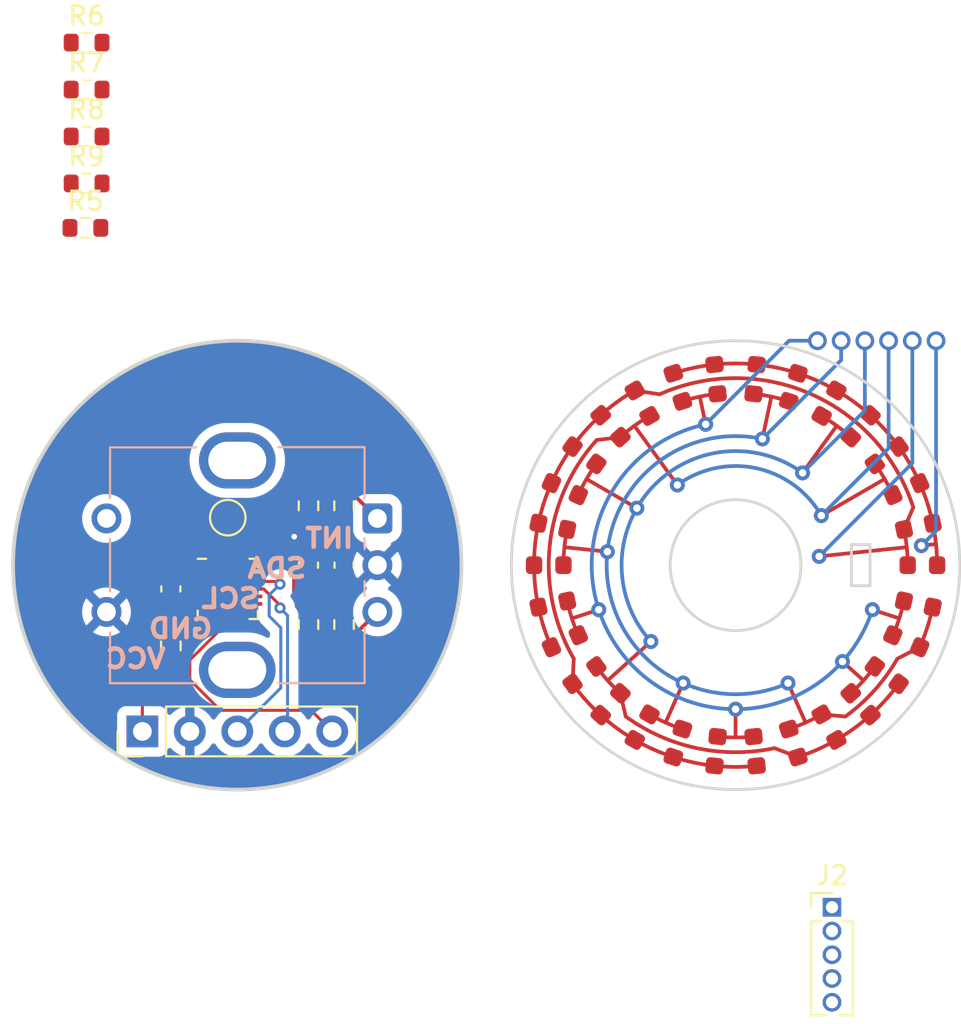
<source format=kicad_pcb>
(kicad_pcb (version 20221018) (generator pcbnew)
  (layers (0 "F.Cu" signal) (31 "B.Cu" signal) (34 "B.Paste" user) (35 "F.Paste" user) (36 "B.SilkS" user "B.Silkscreen") (37 "F.SilkS" user "F.Silkscreen") (38 "B.Mask" user) (39 "F.Mask" user) (44 "Edge.Cuts" user))
  (net 0 "")
  (net 1 "ENCA")
  (net 2 "ENCB")
  (net 6 "VCC")
  (net 7 "GND")
  (net 8 "SCL")
  (net 9 "SDA")
  (net 10 "INT")
  (net 11 "Net-(J2-Pin_1)")
  (net 12 "Net-(J2-Pin_2)")
  (net 13 "Net-(J2-Pin_3)")
  (net 14 "Net-(J2-Pin_5)")
  (net 15 "Net-(R1-Pad2)")
  (net 16 "Net-(R3-Pad2)")
  (net 17 "ENCS")
  (net 19 "LED1")
  (net 20 "LED2")
  (net 21 "LED3")
  (net 22 "Net-(U1-~{RESET}{slash}PA0)")
  (net 24 "Net-(J2-Pin_4)")
  (net 25 "LED5")
  (net 26 "LED4")
  (footprint "Resistor_SMD:R_0603_1608Metric" (layer "F.Cu") (at 42.735 55.79)
    (fp_text reference "R9" (at 0 -1.43) (layer "F.SilkS"))
    (fp_text value "220" hide)
    (fp_line (start -0.237258 -0.5225) (end 0.237258 -0.5225) (stroke (width 0.12)) (layer "F.SilkS"))
    (fp_line (start -0.237258 0.5225) (end 0.237258 0.5225) (stroke (width 0.12)) (layer "F.SilkS"))
    (pad "1" smd roundrect (at -0.825 0) (size 0.8 0.95) (layers "F.Cu" "F.Paste" "F.Mask") (net 25 "LED5"))
    (pad "2" smd roundrect (at 0.825 0) (size 0.8 0.95) (layers "F.Cu" "F.Paste" "F.Mask") (net 14 "Net-(J2-Pin_5)"))
  )
  (footprint "Resistor_SMD:R_0603_1608Metric" (layer "F.Cu") (at 42.735 53.28)
    (fp_text reference "R8" (at 0 -1.43) (layer "F.SilkS"))
    (fp_text value "220" hide)
    (fp_line (start -0.237258 -0.5225) (end 0.237258 -0.5225) (stroke (width 0.12)) (layer "F.SilkS"))
    (fp_line (start -0.237258 0.5225) (end 0.237258 0.5225) (stroke (width 0.12)) (layer "F.SilkS"))
    (pad "1" smd roundrect (at -0.825 0) (size 0.8 0.95) (layers "F.Cu" "F.Paste" "F.Mask") (net 26 "LED4"))
    (pad "2" smd roundrect (at 0.825 0) (size 0.8 0.95) (layers "F.Cu" "F.Paste" "F.Mask") (net 24 "Net-(J2-Pin_4)"))
  )
  (footprint "Library:led_ring" (layer "F.Cu") (at 77.47 76.2)
    (fp_text reference "" (at 0 0) (layer "F.SilkS") (effects (font (size 1.27 1.27))))
    (fp_text value "" (at 0 0) (layer "F.SilkS") (effects (font (size 1.27 1.27))))
    (fp_line (start -8.726866 6.34044) (end -8.660254 5) (stroke (width 0.2)) (layer "F.Cu"))
    (fp_line (start -7.323135 2.379431) (end -8.762084 2.846974) (stroke (width 0.2)) (layer "F.Cu"))
    (fp_line (start -6.862201 -0.721246) (end -9.16253 -0.963021) (stroke (width 0.2)) (layer "F.Cu"))
    (fp_line (start -6.1647 -6.846593) (end -7.431448 -6.691306) (stroke (width 0.2)) (layer "F.Cu"))
    (fp_line (start -6.1647 6.846593) (end -5.877853 8.09017) (stroke (width 0.2)) (layer "F.Cu"))
    (fp_line (start -5.3935 -9.341816) (end -4.067366 -9.135455) (stroke (width 0.2)) (layer "F.Cu"))
    (fp_line (start -5.282755 -3.05) (end -7.978692 -4.6065) (stroke (width 0.2)) (layer "F.Cu"))
    (fp_line (start -4.533183 4.081697) (end -6.846593 6.1647) (stroke (width 0.2)) (layer "F.Cu"))
    (fp_line (start -3.115262 -4.28779) (end -5.415266 -7.453474) (stroke (width 0.2)) (layer "F.Cu"))
    (fp_line (start -2.806483 6.303464) (end -3.747265 8.416494) (stroke (width 0.2)) (layer "F.Cu"))
    (fp_line (start -1.60092 -7.531737) (end -1.91549 -9.011674) (stroke (width 0.2)) (layer "F.Cu"))
    (fp_line (start 0 7.7) (end 0 9.213) (stroke (width 0.2)) (layer "F.Cu"))
    (fp_line (start 1.434591 -6.749218) (end 1.91549 -9.011674) (stroke (width 0.2)) (layer "F.Cu"))
    (fp_line (start 2.806483 6.303464) (end 3.747265 8.416494) (stroke (width 0.2)) (layer "F.Cu"))
    (fp_line (start 3.333366 10.259047) (end 2.079117 9.781476) (stroke (width 0.2)) (layer "F.Cu"))
    (fp_line (start 3.58549 -4.935004) (end 5.415266 -7.453474) (stroke (width 0.2)) (layer "F.Cu"))
    (fp_line (start 4.475349 -0.470378) (end 9.16253 -0.963021) (stroke (width 0.2)) (layer "F.Cu"))
    (fp_line (start 4.589935 -2.65) (end 7.978692 -4.6065) (stroke (width 0.2)) (layer "F.Cu"))
    (fp_line (start 4.6065 7.978692) (end 5.877853 8.09017) (stroke (width 0.2)) (layer "F.Cu"))
    (fp_line (start 5.722215 5.152306) (end 6.846593 6.1647) (stroke (width 0.2)) (layer "F.Cu"))
    (fp_line (start 7.323135 2.379431) (end 8.762084 2.846974) (stroke (width 0.2)) (layer "F.Cu"))
    (fp_line (start 9.011674 -1.91549) (end 9.510565 -3.09017) (stroke (width 0.2)) (layer "F.Cu"))
    (fp_line (start 9.854415 4.387468) (end 8.660254 5) (stroke (width 0.2)) (layer "F.Cu"))
    (fp_line (start 10.727908 -1.127549) (end 9.945219 -1.045285) (stroke (width 0.2)) (layer "F.Cu"))
    (fp_arc (start -9.854415 4.387468) (mid -10.259047 -3.333366) (end -5.3935 -9.341816) (stroke (width 0.2)) (layer "F.Cu"))
    (fp_arc (start -9.213 0) (mid -9.16253 -0.963021) (end -9.011674 -1.91549) (stroke (width 0.2)) (layer "F.Cu"))
    (fp_arc (start -8.660254 5) (mid -9.945219 -1.045285) (end -7.431448 -6.691306) (stroke (width 0.2)) (layer "F.Cu"))
    (fp_arc (start -8.416494 -3.747265) (mid -7.978692 -4.6065) (end -7.453474 -5.415266) (stroke (width 0.2)) (layer "F.Cu"))
    (fp_arc (start -8.416494 3.747265) (mid -8.762084 2.846974) (end -9.011674 1.91549) (stroke (width 0.2)) (layer "F.Cu"))
    (fp_arc (start -6.1647 -6.846593) (mid -5.415266 -7.453474) (end -4.6065 -7.978692) (stroke (width 0.2)) (layer "F.Cu"))
    (fp_arc (start -6.1647 6.846593) (mid -6.846593 6.1647) (end -7.453474 5.415266) (stroke (width 0.2)) (layer "F.Cu"))
    (fp_arc (start -4.067366 -9.135455) (mid 4.067366 -9.135455) (end 9.510565 -3.09017) (stroke (width 0.2)) (layer "F.Cu"))
    (fp_arc (start -3.333366 -10.259047) (mid 6.34044 -8.726866) (end 10.787 0) (stroke (width 0.2)) (layer "F.Cu"))
    (fp_arc (start -2.846974 -8.762084) (mid -1.91549 -9.011674) (end -0.963021 -9.16253) (stroke (width 0.2)) (layer "F.Cu"))
    (fp_arc (start -2.846974 8.762084) (mid -3.747265 8.416494) (end -4.6065 7.978692) (stroke (width 0.2)) (layer "F.Cu"))
    (fp_arc (start 0.963021 -9.16253) (mid 1.91549 -9.011674) (end 2.846974 -8.762084) (stroke (width 0.2)) (layer "F.Cu"))
    (fp_arc (start 0.963021 9.16253) (mid 0 9.213) (end -0.963021 9.16253) (stroke (width 0.2)) (layer "F.Cu"))
    (fp_arc (start 1.127549 10.727908) (mid -4.387468 9.854415) (end -8.726866 6.34044) (stroke (width 0.2)) (layer "F.Cu"))
    (fp_arc (start 2.079117 9.781476) (mid -2.079117 9.781476) (end -5.877853 8.09017) (stroke (width 0.2)) (layer "F.Cu"))
    (fp_arc (start 4.6065 -7.978692) (mid 5.415266 -7.453474) (end 6.1647 -6.846593) (stroke (width 0.2)) (layer "F.Cu"))
    (fp_arc (start 4.6065 7.978692) (mid 3.747265 8.416494) (end 2.846974 8.762084) (stroke (width 0.2)) (layer "F.Cu"))
    (fp_arc (start 7.453474 -5.415266) (mid 7.978692 -4.6065) (end 8.416494 -3.747265) (stroke (width 0.2)) (layer "F.Cu"))
    (fp_arc (start 7.453474 5.415266) (mid 6.846593 6.1647) (end 6.1647 6.846593) (stroke (width 0.2)) (layer "F.Cu"))
    (fp_arc (start 8.660254 5) (mid 7.431448 6.691306) (end 5.877853 8.09017) (stroke (width 0.2)) (layer "F.Cu"))
    (fp_arc (start 8.726866 6.34044) (mid 6.34044 8.726866) (end 3.333366 10.259047) (stroke (width 0.2)) (layer "F.Cu"))
    (fp_arc (start 9.011674 -1.91549) (mid 9.16253 -0.963021) (end 9.213 0) (stroke (width 0.2)) (layer "F.Cu"))
    (fp_arc (start 9.011674 1.91549) (mid 8.762084 2.846974) (end 8.416494 3.747265) (stroke (width 0.2)) (layer "F.Cu"))
    (fp_arc (start 10.551278 2.242743) (mid 10.259047 3.333366) (end 9.854415 4.387468) (stroke (width 0.2)) (layer "F.Cu"))
    (fp_line (start -1.60092 -7.531737) (end 2.867343 -12) (stroke (width 0.2)) (layer "B.Cu"))
    (fp_line (start 1.434591 -6.749218) (end 5.65 -10.964628) (stroke (width 0.2)) (layer "B.Cu"))
    (fp_line (start 2.867343 -12) (end 4.38 -12) (stroke (width 0.2)) (layer "B.Cu"))
    (fp_line (start 3.58549 -4.935004) (end 6.92 -8.269514) (stroke (width 0.2)) (layer "B.Cu"))
    (fp_line (start 4.475349 -0.470378) (end 9.46 -5.45503) (stroke (width 0.2)) (layer "B.Cu"))
    (fp_line (start 4.589935 -2.65) (end 8.19 -6.250065) (stroke (width 0.2)) (layer "B.Cu"))
    (fp_line (start 5.65 -10.964628) (end 5.65 -12) (stroke (width 0.2)) (layer "B.Cu"))
    (fp_line (start 6.92 -8.269514) (end 6.92 -12) (stroke (width 0.2)) (layer "B.Cu"))
    (fp_line (start 8.19 -6.250065) (end 8.19 -12) (stroke (width 0.2)) (layer "B.Cu"))
    (fp_line (start 9.46 -5.45503) (end 9.46 -12) (stroke (width 0.2)) (layer "B.Cu"))
    (fp_line (start 9.945219 -1.045285) (end 10.73 -1.830066) (stroke (width 0.2)) (layer "B.Cu"))
    (fp_line (start 10.73 -1.830066) (end 10.73 -12) (stroke (width 0.2)) (layer "B.Cu"))
    (fp_arc (start -4.533183 4.081697) (mid -4.533183 -4.081697) (end 3.58549 -4.935004) (stroke (width 0.2)) (layer "B.Cu"))
    (fp_arc (start -3.115262 -4.28779) (mid 1.101932 -5.184182) (end 4.589935 -2.65) (stroke (width 0.2)) (layer "B.Cu"))
    (fp_arc (start 2.806483 6.303464) (mid -6.862201 0.721246) (end 1.434591 -6.749218) (stroke (width 0.2)) (layer "B.Cu"))
    (fp_arc (start 4.475349 -0.470378) (mid 4.475349 -0.470378) (end 4.475349 -0.470378) (stroke (width 0.2)) (layer "B.Cu"))
    (fp_arc (start 7.323135 2.379431) (mid -5.722215 5.152306) (end -1.60092 -7.531737) (stroke (width 0.2)) (layer "B.Cu"))
    (fp_line (start 6.2 -1.1) (end 6.2 1.1) (stroke (width 0.15)) (layer "Edge.Cuts"))
    (fp_line (start 6.2 1.1) (end 7.2 1.1) (stroke (width 0.15)) (layer "Edge.Cuts"))
    (fp_line (start 7.2 -1.1) (end 6.2 -1.1) (stroke (width 0.15)) (layer "Edge.Cuts"))
    (fp_line (start 7.2 1.1) (end 7.2 -1.1) (stroke (width 0.15)) (layer "Edge.Cuts"))
    (fp_circle (center 0 0) (end 3.5 0) (stroke (width 0.15)) (fill none) (layer "Edge.Cuts"))
    (fp_circle (center 0 0) (end 12 0) (stroke (width 0.15)) (fill none) (layer "Edge.Cuts"))
    (pad "" smd roundrect (at -10.787 0 180) (size 0.875 0.95) (layers "F.Cu" "F.Paste" "F.Mask"))
    (pad "" smd roundrect (at -10.551278 -2.242743 168) (size 0.875 0.95) (layers "F.Cu" "F.Paste" "F.Mask"))
    (pad "" smd roundrect (at -10.551278 2.242743 192) (size 0.875 0.95) (layers "F.Cu" "F.Paste" "F.Mask"))
    (pad "" smd roundrect (at -9.854415 -4.387468 156) (size 0.875 0.95) (layers "F.Cu" "F.Paste" "F.Mask"))
    (pad "" smd roundrect (at -9.854415 4.387468 204) (size 0.875 0.95) (layers "F.Cu" "F.Paste" "F.Mask"))
    (pad "" smd roundrect (at -9.213 0 180) (size 0.875 0.95) (layers "F.Cu" "F.Paste" "F.Mask"))
    (pad "" smd roundrect (at -9.011674 -1.91549 168) (size 0.875 0.95) (layers "F.Cu" "F.Paste" "F.Mask"))
    (pad "" smd roundrect (at -9.011674 1.91549 192) (size 0.875 0.95) (layers "F.Cu" "F.Paste" "F.Mask"))
    (pad "" smd roundrect (at -8.726866 -6.34044 144) (size 0.875 0.95) (layers "F.Cu" "F.Paste" "F.Mask"))
    (pad "" smd roundrect (at -8.726866 6.34044 216) (size 0.875 0.95) (layers "F.Cu" "F.Paste" "F.Mask"))
    (pad "" smd roundrect (at -8.416494 -3.747265 156) (size 0.875 0.95) (layers "F.Cu" "F.Paste" "F.Mask"))
    (pad "" smd roundrect (at -8.416494 3.747265 204) (size 0.875 0.95) (layers "F.Cu" "F.Paste" "F.Mask"))
    (pad "" smd roundrect (at -7.453474 -5.415266 144) (size 0.875 0.95) (layers "F.Cu" "F.Paste" "F.Mask"))
    (pad "" smd roundrect (at -7.453474 5.415266 216) (size 0.875 0.95) (layers "F.Cu" "F.Paste" "F.Mask"))
    (pad "" thru_hole circle (at -7.323135 2.379431 198) (size 0.8 0.8) (drill 0.4) (layers "*.Cu" "*.Mask"))
    (pad "" smd roundrect (at -7.217912 -8.016303 132) (size 0.875 0.95) (layers "F.Cu" "F.Paste" "F.Mask"))
    (pad "" smd roundrect (at -7.217912 8.016303 228) (size 0.875 0.95) (layers "F.Cu" "F.Paste" "F.Mask"))
    (pad "" thru_hole circle (at -6.862201 -0.721246 174) (size 0.8 0.8) (drill 0.4) (layers "*.Cu" "*.Mask"))
    (pad "" smd roundrect (at -6.1647 -6.846593 132) (size 0.875 0.95) (layers "F.Cu" "F.Paste" "F.Mask"))
    (pad "" smd roundrect (at -6.1647 6.846593 228) (size 0.875 0.95) (layers "F.Cu" "F.Paste" "F.Mask"))
    (pad "" smd roundrect (at -5.3935 -9.341816 120) (size 0.875 0.95) (layers "F.Cu" "F.Paste" "F.Mask"))
    (pad "" smd roundrect (at -5.3935 9.341816 240) (size 0.875 0.95) (layers "F.Cu" "F.Paste" "F.Mask"))
    (pad "" thru_hole circle (at -5.282755 -3.05 150) (size 0.8 0.8) (drill 0.4) (layers "*.Cu" "*.Mask"))
    (pad "" smd roundrect (at -4.6065 -7.978692 120) (size 0.875 0.95) (layers "F.Cu" "F.Paste" "F.Mask"))
    (pad "" smd roundrect (at -4.6065 7.978692 240) (size 0.875 0.95) (layers "F.Cu" "F.Paste" "F.Mask"))
    (pad "" thru_hole circle (at -4.533183 4.081697 222) (size 0.8 0.8) (drill 0.4) (layers "*.Cu" "*.Mask"))
    (pad "" smd roundrect (at -3.333366 -10.259047 108) (size 0.875 0.95) (layers "F.Cu" "F.Paste" "F.Mask"))
    (pad "" smd roundrect (at -3.333366 10.259047 252) (size 0.875 0.95) (layers "F.Cu" "F.Paste" "F.Mask"))
    (pad "" thru_hole circle (at -3.115262 -4.28779 126) (size 0.8 0.8) (drill 0.4) (layers "*.Cu" "*.Mask"))
    (pad "" smd roundrect (at -2.846974 -8.762084 108) (size 0.875 0.95) (layers "F.Cu" "F.Paste" "F.Mask"))
    (pad "" smd roundrect (at -2.846974 8.762084 252) (size 0.875 0.95) (layers "F.Cu" "F.Paste" "F.Mask"))
    (pad "" thru_hole circle (at -2.806483 6.303464 246) (size 0.8 0.8) (drill 0.4) (layers "*.Cu" "*.Mask"))
    (pad "" thru_hole circle (at -1.60092 -7.531737 102) (size 0.8 0.8) (drill 0.4) (layers "*.Cu" "*.Mask"))
    (pad "" smd roundrect (at -1.127549 -10.727908 96) (size 0.875 0.95) (layers "F.Cu" "F.Paste" "F.Mask"))
    (pad "" smd roundrect (at -1.127549 10.727908 264) (size 0.875 0.95) (layers "F.Cu" "F.Paste" "F.Mask"))
    (pad "" smd roundrect (at -0.963021 -9.16253 96) (size 0.875 0.95) (layers "F.Cu" "F.Paste" "F.Mask"))
    (pad "" smd roundrect (at -0.963021 9.16253 264) (size 0.875 0.95) (layers "F.Cu" "F.Paste" "F.Mask"))
    (pad "" thru_hole circle (at 0 7.7 270) (size 0.8 0.8) (drill 0.4) (layers "*.Cu" "*.Mask"))
    (pad "" smd roundrect (at 0.963021 -9.16253 84) (size 0.875 0.95) (layers "F.Cu" "F.Paste" "F.Mask"))
    (pad "" smd roundrect (at 0.963021 9.16253 276) (size 0.875 0.95) (layers "F.Cu" "F.Paste" "F.Mask"))
    (pad "" smd roundrect (at 1.127549 -10.727908 84) (size 0.875 0.95) (layers "F.Cu" "F.Paste" "F.Mask"))
    (pad "" smd roundrect (at 1.127549 10.727908 276) (size 0.875 0.95) (layers "F.Cu" "F.Paste" "F.Mask"))
    (pad "" thru_hole circle (at 1.434591 -6.749218 78) (size 0.8 0.8) (drill 0.4) (layers "*.Cu" "*.Mask"))
    (pad "" thru_hole circle (at 2.806483 6.303464 294) (size 0.8 0.8) (drill 0.4) (layers "*.Cu" "*.Mask"))
    (pad "" smd roundrect (at 2.846974 -8.762084 72) (size 0.875 0.95) (layers "F.Cu" "F.Paste" "F.Mask"))
    (pad "" smd roundrect (at 2.846974 8.762084 288) (size 0.875 0.95) (layers "F.Cu" "F.Paste" "F.Mask"))
    (pad "" smd roundrect (at 3.333366 -10.259047 72) (size 0.875 0.95) (layers "F.Cu" "F.Paste" "F.Mask"))
    (pad "" smd roundrect (at 3.333366 10.259047 288) (size 0.875 0.95) (layers "F.Cu" "F.Paste" "F.Mask"))
    (pad "" thru_hole circle (at 3.58549 -4.935004 54) (size 0.8 0.8) (drill 0.4) (layers "*.Cu" "*.Mask"))
    (pad "" thru_hole circle (at 4.38 -12) (size 1 1) (drill 0.65) (layers "*.Cu" "*.Mask"))
    (pad "" thru_hole circle (at 4.475349 -0.470378 6) (size 0.8 0.8) (drill 0.4) (layers "*.Cu" "*.Mask"))
    (pad "" thru_hole circle (at 4.589935 -2.65 30) (size 0.8 0.8) (drill 0.4) (layers "*.Cu" "*.Mask"))
    (pad "" smd roundrect (at 4.6065 -7.978692 60) (size 0.875 0.95) (layers "F.Cu" "F.Paste" "F.Mask"))
    (pad "" smd roundrect (at 4.6065 7.978692 300) (size 0.875 0.95) (layers "F.Cu" "F.Paste" "F.Mask"))
    (pad "" smd roundrect (at 5.3935 -9.341816 60) (size 0.875 0.95) (layers "F.Cu" "F.Paste" "F.Mask"))
    (pad "" smd roundrect (at 5.3935 9.341816 300) (size 0.875 0.95) (layers "F.Cu" "F.Paste" "F.Mask"))
    (pad "" thru_hole circle (at 5.65 -12) (size 1 1) (drill 0.65) (layers "*.Cu" "*.Mask"))
    (pad "" thru_hole circle (at 5.722215 5.152306 318) (size 0.8 0.8) (drill 0.4) (layers "*.Cu" "*.Mask"))
    (pad "" smd roundrect (at 6.1647 -6.846593 48) (size 0.875 0.95) (layers "F.Cu" "F.Paste" "F.Mask"))
    (pad "" smd roundrect (at 6.1647 6.846593 312) (size 0.875 0.95) (layers "F.Cu" "F.Paste" "F.Mask"))
    (pad "" thru_hole circle (at 6.92 -12) (size 1 1) (drill 0.65) (layers "*.Cu" "*.Mask"))
    (pad "" smd roundrect (at 7.217912 -8.016303 48) (size 0.875 0.95) (layers "F.Cu" "F.Paste" "F.Mask"))
    (pad "" smd roundrect (at 7.217912 8.016303 312) (size 0.875 0.95) (layers "F.Cu" "F.Paste" "F.Mask"))
    (pad "" thru_hole circle (at 7.323135 2.379431 342) (size 0.8 0.8) (drill 0.4) (layers "*.Cu" "*.Mask"))
    (pad "" smd roundrect (at 7.453474 -5.415266 36) (size 0.875 0.95) (layers "F.Cu" "F.Paste" "F.Mask"))
    (pad "" smd roundrect (at 7.453474 5.415266 324) (size 0.875 0.95) (layers "F.Cu" "F.Paste" "F.Mask"))
    (pad "" thru_hole circle (at 8.19 -12) (size 1 1) (drill 0.65) (layers "*.Cu" "*.Mask"))
    (pad "" smd roundrect (at 8.416494 -3.747265 24) (size 0.875 0.95) (layers "F.Cu" "F.Paste" "F.Mask"))
    (pad "" smd roundrect (at 8.416494 3.747265 336) (size 0.875 0.95) (layers "F.Cu" "F.Paste" "F.Mask"))
    (pad "" smd roundrect (at 8.726866 -6.34044 36) (size 0.875 0.95) (layers "F.Cu" "F.Paste" "F.Mask"))
    (pad "" smd roundrect (at 8.726866 6.34044 324) (size 0.875 0.95) (layers "F.Cu" "F.Paste" "F.Mask"))
    (pad "" smd roundrect (at 9.011674 -1.91549 12) (size 0.875 0.95) (layers "F.Cu" "F.Paste" "F.Mask"))
    (pad "" smd roundrect (at 9.011674 1.91549 348) (size 0.875 0.95) (layers "F.Cu" "F.Paste" "F.Mask"))
    (pad "" smd roundrect (at 9.213 0) (size 0.875 0.95) (layers "F.Cu" "F.Paste" "F.Mask"))
    (pad "" thru_hole circle (at 9.46 -12) (size 1 1) (drill 0.65) (layers "*.Cu" "*.Mask"))
    (pad "" smd roundrect (at 9.854415 -4.387468 24) (size 0.875 0.95) (layers "F.Cu" "F.Paste" "F.Mask"))
    (pad "" smd roundrect (at 9.854415 4.387468 336) (size 0.875 0.95) (layers "F.Cu" "F.Paste" "F.Mask"))
    (pad "" thru_hole circle (at 9.945219 -1.045285) (size 0.8 0.8) (drill 0.4) (layers "*.Cu" "*.Mask"))
    (pad "" smd roundrect (at 10.551278 -2.242743 12) (size 0.875 0.95) (layers "F.Cu" "F.Paste" "F.Mask"))
    (pad "" smd roundrect (at 10.551278 2.242743 348) (size 0.875 0.95) (layers "F.Cu" "F.Paste" "F.Mask"))
    (pad "" thru_hole circle (at 10.73 -12) (size 1 1) (drill 0.65) (layers "*.Cu" "*.Mask"))
    (pad "" smd roundrect (at 10.787 0) (size 0.875 0.95) (layers "F.Cu" "F.Paste" "F.Mask"))
  )
  (footprint "Resistor_SMD:R_0603_1608Metric" (layer "F.Cu") (at 42.672 58.166)
    (fp_text reference "R5" (at 0 -1.43) (layer "F.SilkS"))
    (fp_text value "220" hide)
    (fp_line (start -0.237258 -0.5225) (end 0.237258 -0.5225) (stroke (width 0.12)) (layer "F.SilkS"))
    (fp_line (start -0.237258 0.5225) (end 0.237258 0.5225) (stroke (width 0.12)) (layer "F.SilkS"))
    (pad "1" smd roundrect (at -0.825 0) (size 0.8 0.95) (layers "F.Cu" "F.Paste" "F.Mask") (net 19 "LED1"))
    (pad "2" smd roundrect (at 0.825 0) (size 0.8 0.95) (layers "F.Cu" "F.Paste" "F.Mask") (net 11 "Net-(J2-Pin_1)"))
  )
  (footprint "Resistor_SMD:R_0603_1608Metric" (layer "F.Cu") (at 56.515 79.375 90)
    (fp_text reference "R4" hide)
    (fp_text value "10k" hide)
    (fp_line (start -0.237258 -0.5225) (end 0.237258 -0.5225) (stroke (width 0.12)) (layer "F.SilkS"))
    (fp_line (start -0.237258 0.5225) (end 0.237258 0.5225) (stroke (width 0.12)) (layer "F.SilkS"))
    (pad "1" smd roundrect (at -0.825 0 90) (size 0.8 0.95) (layers "F.Cu" "F.Paste" "F.Mask") (net 16 "Net-(R3-Pad2)"))
    (pad "2" smd roundrect (at 0.825 0 90) (size 0.8 0.95) (layers "F.Cu" "F.Paste" "F.Mask") (net 2 "ENCB"))
  )
  (footprint "Resistor_SMD:R_0603_1608Metric" (layer "F.Cu") (at 42.735 48.26)
    (fp_text reference "R6" (at 0 -1.43) (layer "F.SilkS"))
    (fp_text value "220" hide)
    (fp_line (start -0.237258 -0.5225) (end 0.237258 -0.5225) (stroke (width 0.12)) (layer "F.SilkS"))
    (fp_line (start -0.237258 0.5225) (end 0.237258 0.5225) (stroke (width 0.12)) (layer "F.SilkS"))
    (pad "1" smd roundrect (at -0.825 0) (size 0.8 0.95) (layers "F.Cu" "F.Paste" "F.Mask") (net 20 "LED2"))
    (pad "2" smd roundrect (at 0.825 0) (size 0.8 0.95) (layers "F.Cu" "F.Paste" "F.Mask") (net 12 "Net-(J2-Pin_2)"))
  )
  (footprint "Resistor_SMD:R_0603_1608Metric" (layer "F.Cu") (at 47.244 80.518 -90)
    (fp_text reference "R10" hide)
    (fp_text value "10k" hide)
    (fp_line (start -0.237258 -0.5225) (end 0.237258 -0.5225) (stroke (width 0.12)) (layer "F.SilkS"))
    (fp_line (start -0.237258 0.5225) (end 0.237258 0.5225) (stroke (width 0.12)) (layer "F.SilkS"))
    (pad "1" smd roundrect (at -0.825 0 270) (size 0.8 0.95) (layers "F.Cu" "F.Paste" "F.Mask") (net 6 "VCC"))
    (pad "2" smd roundrect (at 0.825 0 270) (size 0.8 0.95) (layers "F.Cu" "F.Paste" "F.Mask") (net 17 "ENCS"))
  )
  (footprint "Resistor_SMD:R_0603_1608Metric" (layer "F.Cu") (at 54.61 79.375 -90)
    (fp_text reference "R3" hide)
    (fp_text value "10k" hide)
    (fp_line (start -0.237258 -0.5225) (end 0.237258 -0.5225) (stroke (width 0.12)) (layer "F.SilkS"))
    (fp_line (start -0.237258 0.5225) (end 0.237258 0.5225) (stroke (width 0.12)) (layer "F.SilkS"))
    (pad "1" smd roundrect (at -0.825 0 270) (size 0.8 0.95) (layers "F.Cu" "F.Paste" "F.Mask") (net 6 "VCC"))
    (pad "2" smd roundrect (at 0.825 0 270) (size 0.8 0.95) (layers "F.Cu" "F.Paste" "F.Mask") (net 16 "Net-(R3-Pad2)"))
  )
  (footprint "Capacitor_SMD:C_0603_1608Metric" (layer "F.Cu") (at 56.515 76.2 90)
    (fp_text reference "C2" hide)
    (fp_text value "10n" hide)
    (fp_line (start -0.14058 -0.51) (end 0.14058 -0.51) (stroke (width 0.12)) (layer "F.SilkS"))
    (fp_line (start -0.14058 0.51) (end 0.14058 0.51) (stroke (width 0.12)) (layer "F.SilkS"))
    (pad "1" smd roundrect (at -0.775 0 90) (size 0.9 0.95) (layers "F.Cu" "F.Paste" "F.Mask") (net 7 "GND"))
    (pad "2" smd roundrect (at 0.775 0 90) (size 0.9 0.95) (layers "F.Cu" "F.Paste" "F.Mask") (net 1 "ENCA"))
  )
  (footprint "Resistor_SMD:R_0603_1608Metric" (layer "F.Cu") (at 54.61 73.025 90)
    (fp_text reference "R1" hide)
    (fp_text value "10k" hide)
    (fp_line (start -0.237258 -0.5225) (end 0.237258 -0.5225) (stroke (width 0.12)) (layer "F.SilkS"))
    (fp_line (start -0.237258 0.5225) (end 0.237258 0.5225) (stroke (width 0.12)) (layer "F.SilkS"))
    (pad "1" smd roundrect (at -0.825 0 90) (size 0.8 0.95) (layers "F.Cu" "F.Paste" "F.Mask") (net 6 "VCC"))
    (pad "2" smd roundrect (at 0.825 0 90) (size 0.8 0.95) (layers "F.Cu" "F.Paste" "F.Mask") (net 15 "Net-(R1-Pad2)"))
  )
  (footprint "TestPoint:TestPoint_Pad_D1.5mm" (layer "F.Cu") (at 50.292 73.66)
    (fp_text reference "TP1" hide)
    (fp_text value "UPDI" hide)
    (fp_circle (center 0 0) (end 0 0.95) (stroke (width 0.12)) (fill none) (layer "F.SilkS"))
    (pad "1" smd circle (at 0 0) (size 1.5 1.5) (layers "F.Cu" "F.Mask") (net 22 "Net-(U1-~{RESET}{slash}PA0)"))
  )
  (footprint "Resistor_SMD:R_0603_1608Metric" (layer "F.Cu") (at 42.735 50.77)
    (fp_text reference "R7" (at 0 -1.43) (layer "F.SilkS"))
    (fp_text value "220" hide)
    (fp_line (start -0.237258 -0.5225) (end 0.237258 -0.5225) (stroke (width 0.12)) (layer "F.SilkS"))
    (fp_line (start -0.237258 0.5225) (end 0.237258 0.5225) (stroke (width 0.12)) (layer "F.SilkS"))
    (pad "1" smd roundrect (at -0.825 0) (size 0.8 0.95) (layers "F.Cu" "F.Paste" "F.Mask") (net 21 "LED3"))
    (pad "2" smd roundrect (at 0.825 0) (size 0.8 0.95) (layers "F.Cu" "F.Paste" "F.Mask") (net 13 "Net-(J2-Pin_3)"))
  )
  (footprint "Package_DFN_QFN:VQFN-20-1EP_3x3mm_P0.4mm_EP1.7x1.7mm" (layer "F.Cu") (at 50.292 77.47)
    (fp_text reference "U1" hide)
    (fp_text value "ATtiny1606-M" hide)
    (fp_line (start -1.61 1.61) (end -1.61 1.16) (stroke (width 0.12)) (layer "F.SilkS"))
    (fp_line (start -1.16 -1.61) (end -1.61 -1.61) (stroke (width 0.12)) (layer "F.SilkS"))
    (fp_line (start -1.16 1.61) (end -1.61 1.61) (stroke (width 0.12)) (layer "F.SilkS"))
    (fp_line (start 1.16 -1.61) (end 1.61 -1.61) (stroke (width 0.12)) (layer "F.SilkS"))
    (fp_line (start 1.16 1.61) (end 1.61 1.61) (stroke (width 0.12)) (layer "F.SilkS"))
    (fp_line (start 1.61 -1.61) (end 1.61 -1.16) (stroke (width 0.12)) (layer "F.SilkS"))
    (fp_line (start 1.61 1.61) (end 1.61 1.16) (stroke (width 0.12)) (layer "F.SilkS"))
    (pad "1" smd custom (at -1.45 -0.8) (size 0.143431 0.143431) (layers "F.Cu" "F.Paste" "F.Mask") (options (clearance outline) (anchor circle)) (primitives (gr_poly (pts (xy 0.35 0.000711) (xy 0.35 0.05) (xy -0.35 0.05) (xy -0.35 -0.05) (xy 0.299289 -0.05)) (width 0.1) (fill yes))))
    (pad "2" smd roundrect (at -1.45 -0.4) (size 0.8 0.2) (layers "F.Cu" "F.Paste" "F.Mask"))
    (pad "3" smd roundrect (at -1.45 0) (size 0.8 0.2) (layers "F.Cu" "F.Paste" "F.Mask") (net 7 "GND"))
    (pad "4" smd roundrect (at -1.45 0.4) (size 0.8 0.2) (layers "F.Cu" "F.Paste" "F.Mask") (net 6 "VCC"))
    (pad "5" smd custom (at -1.45 0.8) (size 0.143431 0.143431) (layers "F.Cu" "F.Paste" "F.Mask") (net 17 "ENCS") (options (clearance outline) (anchor circle)) (primitives (gr_poly (pts (xy 0.35 -0.000711) (xy 0.299289 0.05) (xy -0.35 0.05) (xy -0.35 -0.05) (xy 0.35 -0.05)) (width 0.1) (fill yes))))
    (pad "6" smd custom (at -0.8 1.45) (size 0.143431 0.143431) (layers "F.Cu" "F.Paste" "F.Mask") (options (clearance outline) (anchor circle)) (primitives (gr_poly (pts (xy 0.05 0.35) (xy -0.05 0.35) (xy -0.05 -0.299289) (xy 0.000711 -0.35) (xy 0.05 -0.35)) (width 0.1) (fill yes))))
    (pad "7" smd roundrect (at -0.4 1.45) (size 0.2 0.8) (layers "F.Cu" "F.Paste" "F.Mask") (net 10 "INT"))
    (pad "8" smd roundrect (at 0 1.45) (size 0.2 0.8) (layers "F.Cu" "F.Paste" "F.Mask"))
    (pad "9" smd roundrect (at 0.4 1.45) (size 0.2 0.8) (layers "F.Cu" "F.Paste" "F.Mask"))
    (pad "10" smd custom (at 0.8 1.45) (size 0.143431 0.143431) (layers "F.Cu" "F.Paste" "F.Mask") (options (clearance outline) (anchor circle)) (primitives (gr_poly (pts (xy 0.05 -0.299289) (xy 0.05 0.35) (xy -0.05 0.35) (xy -0.05 -0.35) (xy -0.000711 -0.35)) (width 0.1) (fill yes))))
    (pad "11" smd custom (at 1.45 0.8) (size 0.143431 0.143431) (layers "F.Cu" "F.Paste" "F.Mask") (net 2 "ENCB") (options (clearance outline) (anchor circle)) (primitives (gr_poly (pts (xy 0.35 0.05) (xy -0.299289 0.05) (xy -0.35 -0.000711) (xy -0.35 -0.05) (xy 0.35 -0.05)) (width 0.1) (fill yes))))
    (pad "12" smd roundrect (at 1.45 0.4) (size 0.8 0.2) (layers "F.Cu" "F.Paste" "F.Mask"))
    (pad "13" smd roundrect (at 1.45 0) (size 0.8 0.2) (layers "F.Cu" "F.Paste" "F.Mask") (net 9 "SDA"))
    (pad "14" smd roundrect (at 1.45 -0.4) (size 0.8 0.2) (layers "F.Cu" "F.Paste" "F.Mask") (net 8 "SCL"))
    (pad "15" smd custom (at 1.45 -0.8) (size 0.143431 0.143431) (layers "F.Cu" "F.Paste" "F.Mask") (net 1 "ENCA") (options (clearance outline) (anchor circle)) (primitives (gr_poly (pts (xy 0.35 0.05) (xy -0.35 0.05) (xy -0.35 0.000711) (xy -0.299289 -0.05) (xy 0.35 -0.05)) (width 0.1) (fill yes))))
    (pad "16" smd custom (at 0.8 -1.45) (size 0.143431 0.143431) (layers "F.Cu" "F.Paste" "F.Mask") (options (clearance outline) (anchor circle)) (primitives (gr_poly (pts (xy 0.05 0.299289) (xy -0.000711 0.35) (xy -0.05 0.35) (xy -0.05 -0.35) (xy 0.05 -0.35)) (width 0.1) (fill yes))))
    (pad "17" smd roundrect (at 0.4 -1.45) (size 0.2 0.8) (layers "F.Cu" "F.Paste" "F.Mask"))
    (pad "18" smd roundrect (at 0 -1.45) (size 0.2 0.8) (layers "F.Cu" "F.Paste" "F.Mask"))
    (pad "19" smd roundrect (at -0.4 -1.45) (size 0.2 0.8) (layers "F.Cu" "F.Paste" "F.Mask") (net 22 "Net-(U1-~{RESET}{slash}PA0)"))
    (pad "20" smd custom (at -0.8 -1.45) (size 0.143431 0.143431) (layers "F.Cu" "F.Paste" "F.Mask") (options (clearance outline) (anchor circle)) (primitives (gr_poly (pts (xy 0.05 0.35) (xy 0.000711 0.35) (xy -0.05 0.299289) (xy -0.05 -0.35) (xy 0.05 -0.35)) (width 0.1) (fill yes))))
    (pad "21" smd rect (at 0 0) (size 1.7 1.7) (layers "F.Cu" "F.Mask") (net 7 "GND"))
  )
  (footprint "Capacitor_SMD:C_0603_1608Metric" (layer "F.Cu") (at 54.61 76.2 -90)
    (fp_text reference "C3" hide)
    (fp_text value "10n" hide)
    (fp_line (start -0.14058 -0.51) (end 0.14058 -0.51) (stroke (width 0.12)) (layer "F.SilkS"))
    (fp_line (start -0.14058 0.51) (end 0.14058 0.51) (stroke (width 0.12)) (layer "F.SilkS"))
    (pad "1" smd roundrect (at -0.775 0 270) (size 0.9 0.95) (layers "F.Cu" "F.Paste" "F.Mask") (net 7 "GND"))
    (pad "2" smd roundrect (at 0.775 0 270) (size 0.9 0.95) (layers "F.Cu" "F.Paste" "F.Mask") (net 2 "ENCB"))
  )
  (footprint "Connector_PinHeader_1.27mm:PinHeader_1x05_P1.27mm_Vertical" (layer "F.Cu") (at 82.63 94.49)
    (fp_text reference "J2" (at 0 -1.695) (layer "F.SilkS"))
    (fp_text value "LED pins" hide)
    (fp_line (start -1.11 -0.76) (end 0 -0.76) (stroke (width 0.12)) (layer "F.SilkS"))
    (fp_line (start -1.11 0) (end -1.11 -0.76) (stroke (width 0.12)) (layer "F.SilkS"))
    (fp_line (start -1.11 0.76) (end -1.11 5.775) (stroke (width 0.12)) (layer "F.SilkS"))
    (fp_line (start -1.11 0.76) (end -0.563471 0.76) (stroke (width 0.12)) (layer "F.SilkS"))
    (fp_line (start -1.11 5.775) (end -0.30753 5.775) (stroke (width 0.12)) (layer "F.SilkS"))
    (fp_line (start 0.30753 5.775) (end 1.11 5.775) (stroke (width 0.12)) (layer "F.SilkS"))
    (fp_line (start 0.563471 0.76) (end 1.11 0.76) (stroke (width 0.12)) (layer "F.SilkS"))
    (fp_line (start 1.11 0.76) (end 1.11 5.775) (stroke (width 0.12)) (layer "F.SilkS"))
    (pad "1" thru_hole rect (at 0 0) (size 1 1) (drill 0.65) (layers "*.Cu" "*.Mask") (net 11 "Net-(J2-Pin_1)"))
    (pad "2" thru_hole oval (at 0 1.27) (size 1 1) (drill 0.65) (layers "*.Cu" "*.Mask") (net 12 "Net-(J2-Pin_2)"))
    (pad "3" thru_hole oval (at 0 2.54) (size 1 1) (drill 0.65) (layers "*.Cu" "*.Mask") (net 13 "Net-(J2-Pin_3)"))
    (pad "4" thru_hole oval (at 0 3.81) (size 1 1) (drill 0.65) (layers "*.Cu" "*.Mask") (net 24 "Net-(J2-Pin_4)"))
    (pad "5" thru_hole oval (at 0 5.08) (size 1 1) (drill 0.65) (layers "*.Cu" "*.Mask") (net 14 "Net-(J2-Pin_5)"))
  )
  (footprint "Capacitor_SMD:C_0603_1608Metric" (layer "F.Cu") (at 47.244 77.47 90)
    (fp_text reference "C1" hide)
    (fp_text value "100n" hide)
    (fp_line (start -0.14058 -0.51) (end 0.14058 -0.51) (stroke (width 0.12)) (layer "F.SilkS"))
    (fp_line (start -0.14058 0.51) (end 0.14058 0.51) (stroke (width 0.12)) (layer "F.SilkS"))
    (pad "1" smd roundrect (at -0.775 0 90) (size 0.9 0.95) (layers "F.Cu" "F.Paste" "F.Mask") (net 6 "VCC"))
    (pad "2" smd roundrect (at 0.775 0 90) (size 0.9 0.95) (layers "F.Cu" "F.Paste" "F.Mask") (net 7 "GND"))
  )
  (footprint "Connector_PinHeader_2.54mm:PinHeader_1x05_P2.54mm_Vertical" (layer "F.Cu") (at 45.72 85.09 90)
    (fp_text reference "J1" hide)
    (fp_text value "IO connector" hide)
    (fp_line (start -1.33 -1.33) (end 0 -1.33) (stroke (width 0.12)) (layer "F.SilkS"))
    (fp_line (start -1.33 0) (end -1.33 -1.33) (stroke (width 0.12)) (layer "F.SilkS"))
    (fp_line (start -1.33 1.27) (end -1.33 11.49) (stroke (width 0.12)) (layer "F.SilkS"))
    (fp_line (start -1.33 1.27) (end 1.33 1.27) (stroke (width 0.12)) (layer "F.SilkS"))
    (fp_line (start -1.33 11.49) (end 1.33 11.49) (stroke (width 0.12)) (layer "F.SilkS"))
    (fp_line (start 1.33 1.27) (end 1.33 11.49) (stroke (width 0.12)) (layer "F.SilkS"))
    (pad "1" thru_hole rect (at 0 0 90) (size 1.7 1.7) (drill 1) (layers "*.Cu" "*.Mask") (net 6 "VCC"))
    (pad "2" thru_hole oval (at 0 2.54 90) (size 1.7 1.7) (drill 1) (layers "*.Cu" "*.Mask") (net 7 "GND"))
    (pad "3" thru_hole oval (at 0 5.08 90) (size 1.7 1.7) (drill 1) (layers "*.Cu" "*.Mask") (net 8 "SCL"))
    (pad "4" thru_hole oval (at 0 7.62 90) (size 1.7 1.7) (drill 1) (layers "*.Cu" "*.Mask") (net 9 "SDA"))
    (pad "5" thru_hole oval (at 0 10.16 90) (size 1.7 1.7) (drill 1) (layers "*.Cu" "*.Mask") (net 10 "INT"))
  )
  (footprint "Resistor_SMD:R_0603_1608Metric" (layer "F.Cu") (at 56.515 73.025 -90)
    (fp_text reference "R2" hide)
    (fp_text value "10k" hide)
    (fp_line (start -0.237258 -0.5225) (end 0.237258 -0.5225) (stroke (width 0.12)) (layer "F.SilkS"))
    (fp_line (start -0.237258 0.5225) (end 0.237258 0.5225) (stroke (width 0.12)) (layer "F.SilkS"))
    (pad "1" smd roundrect (at -0.825 0 270) (size 0.8 0.95) (layers "F.Cu" "F.Paste" "F.Mask") (net 15 "Net-(R1-Pad2)"))
    (pad "2" smd roundrect (at 0.825 0 270) (size 0.8 0.95) (layers "F.Cu" "F.Paste" "F.Mask") (net 1 "ENCA"))
  )
  (footprint "Rotary_Encoder:RotaryEncoder_Bourns_Vertical_PEC12R-3x17F-Sxxxx" (layer "B.Cu") (at 50.8 76.2 180)
    (fp_text reference "SW1" hide)
    (fp_text value "PEC11L-4220F-S0015" hide)
    (fp_line (start -6.81 -3.35) (end -6.81 -6.31) (stroke (width 0.12)) (layer "B.SilkS"))
    (fp_line (start -6.81 -0.85) (end -6.81 -1.65) (stroke (width 0.12)) (layer "B.SilkS"))
    (fp_line (start -6.81 1.45) (end -6.81 0.85) (stroke (width 0.12)) (layer "B.SilkS"))
    (fp_line (start -6.81 3.55) (end -6.81 6.31) (stroke (width 0.12)) (layer "B.SilkS"))
    (fp_line (start -6.81 6.31) (end -2.2 6.31) (stroke (width 0.12)) (layer "B.SilkS"))
    (fp_line (start -2.2 -6.31) (end -6.81 -6.31) (stroke (width 0.12)) (layer "B.SilkS"))
    (fp_line (start 2.2 6.3) (end 6.81 6.3) (stroke (width 0.12)) (layer "B.SilkS"))
    (fp_line (start 6.81 -6.31) (end 2.2 -6.31) (stroke (width 0.12)) (layer "B.SilkS"))
    (fp_line (start 6.81 -3.6) (end 6.81 -6.31) (stroke (width 0.12)) (layer "B.SilkS"))
    (fp_line (start 6.81 1.4) (end 6.81 -1.4) (stroke (width 0.12)) (layer "B.SilkS"))
    (fp_line (start 6.81 6.3) (end 6.81 3.6) (stroke (width 0.12)) (layer "B.SilkS"))
    (pad "A" thru_hole roundrect (at -7.5 2.5 180) (size 1.6 1.6) (drill 1) (layers "*.Cu" "*.Mask") (roundrect_rratio 0.15625) (net 15 "Net-(R1-Pad2)"))
    (pad "B" thru_hole circle (at -7.5 -2.5 180) (size 1.6 1.6) (drill 1) (layers "*.Cu" "*.Mask") (net 16 "Net-(R3-Pad2)"))
    (pad "C" thru_hole circle (at -7.5 0 180) (size 1.6 1.6) (drill 1) (layers "*.Cu" "*.Mask") (net 7 "GND"))
    (pad "S1" thru_hole circle (at 7 2.5 180) (size 1.6 1.6) (drill 1) (layers "*.Cu" "*.Mask") (net 17 "ENCS"))
    (pad "S2" thru_hole circle (at 7 -2.5 180) (size 1.6 1.6) (drill 1) (layers "*.Cu" "*.Mask") (net 7 "GND"))
    (pad "SH" thru_hole oval (at 0 -5.6 180) (size 4.1 3) (drill oval 3.1 2) (layers "*.Cu" "*.Mask"))
    (pad "SH" thru_hole oval (at 0 5.6 180) (size 4.1 3) (drill oval 3.1 2) (layers "*.Cu" "*.Mask"))
  )
  (gr_circle (center 50.8 76.2) (end 62.8 76.2) (stroke (width 0.2)) (fill none) (layer "Edge.Cuts"))
  (gr_text "INT\n   SDA\n      SCL\n         GND\n            VCC" (at 57.15 81.788) (layer "B.SilkS") (effects (font (size 1 1.1) (thickness 0.25) bold) (justify left bottom mirror)))
  (segment (start 52.362 76.67) (end 52.578 76.454) (width 0.16) (layer "F.Cu") (net 1))
  (segment (start 56.515 75.425) (end 56.515 73.85) (width 0.2) (layer "F.Cu") (net 1))
  (segment (start 54.148636 73.152) (end 55.817 73.152) (width 0.16) (layer "F.Cu") (net 1))
  (segment (start 51.742 76.67) (end 52.362 76.67) (width 0.16) (layer "F.Cu") (net 1))
  (segment (start 55.817 73.152) (end 56.515 73.85) (width 0.16) (layer "F.Cu") (net 1))
  (segment (start 52.578 76.454) (end 52.578 74.722636) (width 0.16) (layer "F.Cu") (net 1))
  (segment (start 52.578 74.722636) (end 54.148636 73.152) (width 0.16) (layer "F.Cu") (net 1))
  (segment (start 56.185 78.55) (end 54.61 76.975) (width 0.2) (layer "F.Cu") (net 2))
  (segment (start 56.515 78.55) (end 56.185 78.55) (width 0.2) (layer "F.Cu") (net 2))
  (segment (start 53.848 74.676) (end 53.835 74.663) (width 0.2) (layer "F.Cu") (net 6))
  (segment (start 47.244 79.693) (end 47.244 78.245) (width 0.16) (layer "F.Cu") (net 6))
  (segment (start 53.835 74.625) (end 54.61 73.85) (width 0.2) (layer "F.Cu") (net 6))
  (segment (start 48.842 77.87) (end 47.619 77.87) (width 0.16) (layer "F.Cu") (net 6))
  (segment (start 47.244 79.693) (end 46.289884 79.693) (width 0.16) (layer "F.Cu") (net 6))
  (segment (start 53.835 74.663) (end 53.835 74.625) (width 0.2) (layer "F.Cu") (net 6))
  (segment (start 53.835 74.689) (end 53.848 74.676) (width 0.2) (layer "F.Cu") (net 6))
  (segment (start 53.835 77.775) (end 53.835 74.689) (width 0.2) (layer "F.Cu") (net 6))
  (segment (start 47.619 77.87) (end 47.244 78.245) (width 0.16) (layer "F.Cu") (net 6))
  (segment (start 45.72 80.262884) (end 45.72 85.09) (width 0.16) (layer "F.Cu") (net 6))
  (segment (start 46.289884 79.693) (end 45.72 80.262884) (width 0.16) (layer "F.Cu") (net 6))
  (segment (start 54.61 78.55) (end 53.835 77.775) (width 0.2) (layer "F.Cu") (net 6))
  (via (at 53.848 74.676) (size 0.6) (drill 0.3) (layers "F.Cu" "B.Cu") (net 6))
  (segment (start 57.525 76.975) (end 56.515 76.975) (width 0.2) (layer "F.Cu") (net 7))
  (segment (start 48.019 77.47) (end 47.244 76.695) (width 0.16) (layer "F.Cu") (net 7))
  (segment (start 58.3 76.2) (end 57.525 76.975) (width 0.2) (layer "F.Cu") (net 7))
  (segment (start 54.61 75.565) (end 56.02 76.975) (width 0.2) (layer "F.Cu") (net 7))
  (segment (start 56.02 76.975) (end 56.515 76.975) (width 0.2) (layer "F.Cu") (net 7))
  (segment (start 48.842 77.47) (end 48.019 77.47) (width 0.16) (layer "F.Cu") (net 7))
  (segment (start 54.61 75.425) (end 54.61 75.565) (width 0.2) (layer "F.Cu") (net 7))
  (segment (start 52.94 77.07) (end 53.086 77.216) (width 0.16) (layer "F.Cu") (net 8))
  (segment (start 51.742 77.07) (end 52.94 77.07) (width 0.16) (layer "F.Cu") (net 8))
  (via (at 53.086 77.216) (size 0.6) (drill 0.3) (layers "F.Cu" "B.Cu") (net 8))
  (segment (start 53.13 82.76) (end 50.8 85.09) (width 0.16) (layer "B.Cu") (net 8))
  (segment (start 53.086 77.216) (end 52.506 77.796) (width 0.16) (layer "B.Cu") (net 8))
  (segment (start 52.506 78.922) (end 53.13 79.546) (width 0.16) (layer "B.Cu") (net 8))
  (segment (start 53.13 79.546) (end 53.13 82.76) (width 0.16) (layer "B.Cu") (net 8))
  (segment (start 52.506 77.796) (end 52.506 78.922) (width 0.16) (layer "B.Cu") (net 8))
  (segment (start 53.086 78.486) (end 53.086 78.345922) (width 0.16) (layer "F.Cu") (net 9))
  (segment (start 52.210078 77.47) (end 53.086 78.345922) (width 0.16) (layer "F.Cu") (net 9))
  (segment (start 51.742 77.47) (end 52.210078 77.47) (width 0.16) (layer "F.Cu") (net 9))
  (via (at 53.086 78.486) (size 0.6) (drill 0.3) (layers "F.Cu" "B.Cu") (net 9))
  (segment (start 53.086 78.486) (end 53.49 78.89) (width 0.16) (layer "B.Cu") (net 9))
  (segment (start 53.49 84.94) (end 53.34 85.09) (width 0.16) (layer "B.Cu") (net 9))
  (segment (start 53.49 78.89) (end 53.49 84.94) (width 0.16) (layer "B.Cu") (net 9))
  (segment (start 49.8927 83.96) (end 54.75 83.96) (width 0.16) (layer "F.Cu") (net 10))
  (segment (start 48.26 81.2727) (end 48.26 82.3273) (width 0.16) (layer "F.Cu") (net 10))
  (segment (start 49.892 79.6407) (end 48.26 81.2727) (width 0.16) (layer "F.Cu") (net 10))
  (segment (start 54.75 83.96) (end 55.88 85.09) (width 0.16) (layer "F.Cu") (net 10))
  (segment (start 48.26 82.3273) (end 49.8927 83.96) (width 0.16) (layer "F.Cu") (net 10))
  (segment (start 49.892 78.92) (end 49.892 79.6407) (width 0.16) (layer "F.Cu") (net 10))
  (segment (start 56.515 72.2) (end 56.8 72.2) (width 0.2) (layer "F.Cu") (net 15))
  (segment (start 56.8 72.2) (end 58.3 73.7) (width 0.2) (layer "F.Cu") (net 15))
  (segment (start 54.61 72.2) (end 56.515 72.2) (width 0.2) (layer "F.Cu") (net 15))
  (segment (start 56.8 80.2) (end 56.515 80.2) (width 0.2) (layer "F.Cu") (net 16))
  (segment (start 58.3 78.7) (end 56.8 80.2) (width 0.2) (layer "F.Cu") (net 16))
  (segment (start 56.515 80.2) (end 54.61 80.2) (width 0.2) (layer "F.Cu") (net 16))
  (segment (start 48.006 78.486) (end 48.006 80.581) (width 0.16) (layer "F.Cu") (net 17))
  (segment (start 48.006 80.581) (end 47.244 81.343) (width 0.16) (layer "F.Cu") (net 17))
  (segment (start 48.222 78.27) (end 48.006 78.486) (width 0.16) (layer "F.Cu") (net 17))
  (segment (start 48.842 78.27) (end 48.222 78.27) (width 0.16) (layer "F.Cu") (net 17))
  (segment (start 49.892 74.06) (end 49.892 76.02) (width 0.16) (layer "F.Cu") (net 22))
  (segment (start 50.292 73.66) (end 49.892 74.06) (width 0.16) (layer "F.Cu") (net 22))
  (zone (net 7) (net_name "GND") (layer "B.Cu") (connect_pads (clearance 0.5)) (min_thickness 0.25) (fill yes (thermal_gap 0.5) (thermal_bridge_width 0.5))
    (polygon (pts (xy 63.5 63.5) (xy 38.1 63.5) (xy 38.1 88.9) (xy 63.5 88.9)))
  )
)
</source>
